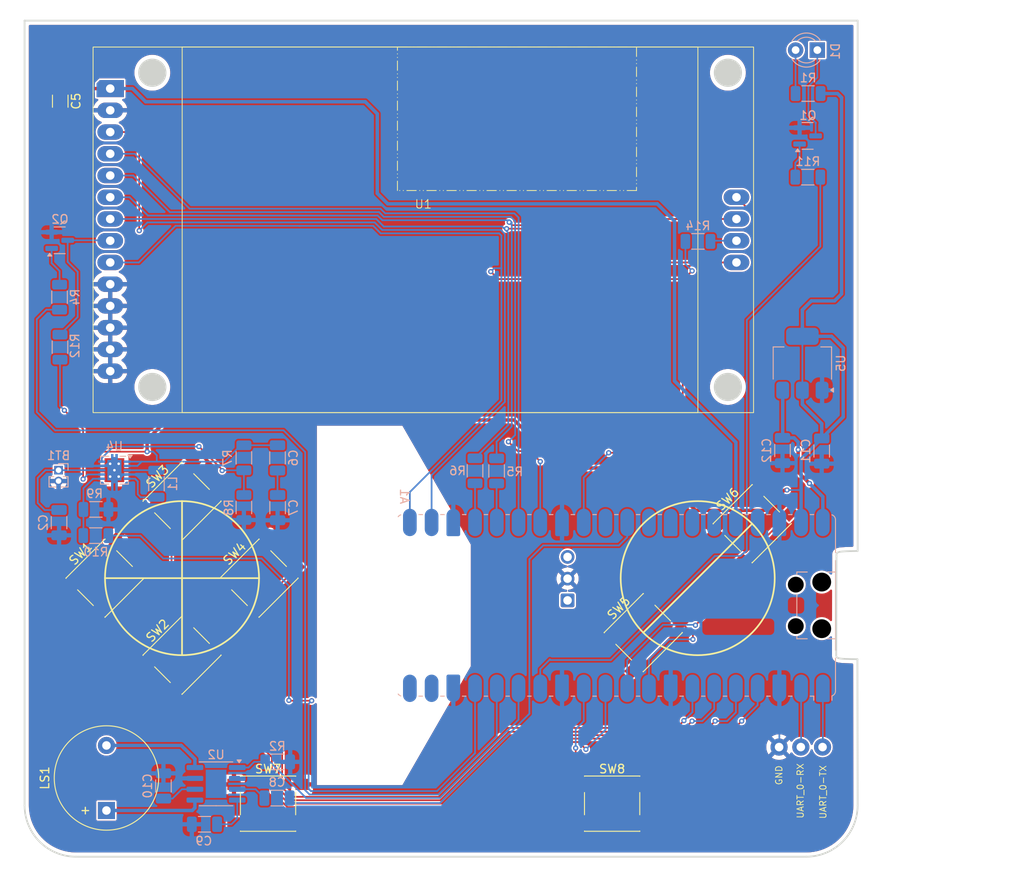
<source format=kicad_pcb>
(kicad_pcb (version 20241229) (generator "pcbnew") (generator_version "9.0")
  (layers (0 "F.Cu" signal) (2 "B.Cu" signal) (13 "F.Paste" user) (15 "B.Paste" user) (5 "F.SilkS" user "F.Silkscreen") (7 "B.SilkS" user "B.Silkscreen") (1 "F.Mask" user) (3 "B.Mask" user) (25 "Edge.Cuts" user))
  (net 0 "")
  (net 1 "Net-(A1-GPIO2)")
  (net 2 "Net-(A1-GPIO6)")
  (net 4 "GND")
  (net 5 "/RST_LCD")
  (net 6 "Net-(A1-GPIO19)")
  (net 9 "Net-(A1-GPIO3)")
  (net 10 "Net-(A1-GPIO18)")
  (net 11 "Net-(A1-GPIO9)")
  (net 12 "/LCD_LED_CTL")
  (net 13 "Net-(A1-GPIO0)")
  (net 14 "/AUDIO_EN")
  (net 16 "/PSU_EN")
  (net 17 "/CS_SDC")
  (net 18 "/CS_LCD")
  (net 19 "/SPI0_MISO")
  (net 21 "Net-(A1-GPIO8)")
  (net 23 "/AUDIO_CTL")
  (net 24 "Net-(A1-GPIO5)")
  (net 25 "Net-(A1-VBUS)")
  (net 26 "Net-(A1-GPIO4)")
  (net 27 "/DC_LCD")
  (net 28 "/IR_LED_CTL")
  (net 29 "Net-(A1-GPIO1)")
  (net 31 "Net-(A1-GPIO7)")
  (net 33 "/3v3_MCU")
  (net 36 "Net-(BT1-+)")
  (net 37 "/PSU_3v3")
  (net 38 "Net-(C6-Pad1)")
  (net 39 "Net-(U2-IN+)")
  (net 40 "Net-(U2-IN-)")
  (net 41 "Net-(D1-A)")
  (net 42 "Net-(D1-K)")
  (net 43 "Net-(U4-L)")
  (net 44 "Net-(U2-OUT-)")
  (net 45 "Net-(U2-OUT+)")
  (net 46 "Net-(Q1-B)")
  (net 47 "Net-(Q2-B)")
  (net 48 "Net-(Q2-C)")
  (net 49 "/SPI0_MOSI")
  (net 50 "/SPI0_SCLK")
  (net 51 "Net-(U4-FB)")
  (net 52 "Net-(U4-EN)")
  (net 53 "Net-(U1-SD_MISO)")
  (footprint "Display_Module:ILI9341_Module" (layer "F.Cu") (at 93.386 83.33)
    (property "Reference" "U1")
    (property "Value" "~")
    (fp_circle (center -31.656 -17.09) (end -30.056 -17.09) (stroke (width 0.1)) (fill yes) (layer "Edge.Cuts"))
    (fp_circle (center -31.656 19.63) (end -30.056 19.63) (stroke (width 0.1)) (fill yes) (layer "Edge.Cuts"))
    (fp_circle (center 35.604 -17.09) (end 37.204 -17.09) (stroke (width 0.1)) (fill yes) (layer "Edge.Cuts"))
    (fp_circle (center 35.604 19.63) (end 37.204 19.63) (stroke (width 0.1)) (fill yes) (layer "Edge.Cuts"))
  )
  (footprint "Button_Switch_SMD:SW_SPST_PTS645" (layer "F.Cu") (at 65.2 116.3 45)
    (property "Reference" "SW3")
    (property "Value" "SW_Push")
  )
  (footprint "Capacitor_SMD:C_1206_3216Metric" (layer "F.Cu") (at 50.97 69.565 -90)
    (property "Reference" "C5")
    (property "Value" "10μC")
  )
  (footprint "Button_Switch_SMD:SW_SPST_PTS645" (layer "F.Cu") (at 65.2 134.3 45)
    (property "Reference" "SW2")
    (property "Value" "SW_Push")
  )
  (footprint "Button_Switch_SMD:SW_SPST_PTS645" (layer "F.Cu") (at 115.46 151.65)
    (property "Reference" "SW8")
    (property "Value" "SW_Push")
  )
  (footprint "Button_Switch_SMD:SW_SPST_PTS645" (layer "F.Cu") (at 131.823961 118.936039 45)
    (property "Reference" "SW6")
    (property "Value" "SW_Push")
  )
  (footprint "Buzzer_Beeper:Buzzer_12x9.5RM7.6" (layer "F.Cu") (at 56.37 152.45 90)
    (property "Reference" "LS1")
    (property "Value" "Speaker")
  )
  (footprint "Button_Switch_SMD:SW_SPST_PTS645" (layer "F.Cu") (at 119.096039 131.663961 45)
    (property "Reference" "SW5")
    (property "Value" "SW_Push")
  )
  (footprint "Button_Switch_SMD:SW_SPST_PTS645" (layer "F.Cu") (at 56.2 125.3 45)
    (property "Reference" "SW1")
    (property "Value" "SW_Push")
  )
  (footprint "Button_Switch_SMD:SW_SPST_PTS645" (layer "F.Cu") (at 75.25 151.65)
    (property "Reference" "SW7")
    (property "Value" "SW_Push")
  )
  (footprint "Display_Module:3x1_PinHeader" (layer "F.Cu") (at 137.4846 145.04 -90)
    (property "Reference" "U3" (hide yes))
    (property "Value" "~" (hide yes))
  )
  (footprint "Button_Switch_SMD:SW_SPST_PTS645" (layer "F.Cu") (at 74.2 125.3 45)
    (property "Reference" "SW4")
    (property "Value" "SW_Push")
  )
  (footprint "Inductor_SMD:L_1206_3216Metric" (layer "B.Cu") (at 62.21 114.265 90)
    (property "Reference" "L1")
    (property "Value" "2.2μL")
  )
  (footprint "Package_TO_SOT_SMD:SOT-223-3_TabPin2" (layer "B.Cu") (at 137.6925 100.19 90)
    (property "Reference" "U5")
    (property "Value" "AMS1117-3.3")
  )
  (footprint "Resistor_SMD:R_1206_3216Metric" (layer "B.Cu") (at 76.378808 146.77)
    (property "Reference" "R2")
    (property "Value" "1kR")
  )
  (footprint "LED_THT:LED_D3.0mm_IRBlack" (layer "B.Cu") (at 139.44 63.59 180)
    (property "Reference" "D1")
    (property "Value" "IR204A")
  )
  (footprint "Resistor_SMD:R_1206_3216Metric" (layer "B.Cu") (at 138.3575 68.67 180)
    (property "Reference" "R1")
    (property "Value" "56R")
  )
  (footprint "Resistor_SMD:R_1206_3216Metric" (layer "B.Cu") (at 50.94 98.3075 90)
    (property "Reference" "R12")
    (property "Value" "R")
  )
  (footprint "Capacitor_SMD:C_1206_3216Metric" (layer "B.Cu") (at 63.03 149.58 -90)
    (property "Reference" "C10")
    (property "Value" ".1μC")
  )
  (footprint "Package_TO_SOT_SMD:SOT-23" (layer "B.Cu") (at 138.3025 73.62)
    (property "Reference" "Q1")
    (property "Value" "BC817")
  )
  (footprint "Connector_PinHeader_1.27mm:PinHeader_1x02_P1.27mm_Vertical" (layer "B.Cu") (at 50.77 112.68 180)
    (property "Reference" "BT1")
    (property "Value" "Battery")
  )
  (footprint "Resistor_SMD:R_1206_3216Metric" (layer "B.Cu") (at 101.96 112.7725 90)
    (property "Reference" "R5")
    (property "Value" "22R")
  )
  (footprint "Resistor_SMD:R_1206_3216Metric" (layer "B.Cu") (at 72.43 111.2375 -90)
    (property "Reference" "R7")
    (property "Value" "1MR")
  )
  (footprint "Capacitor_SMD:C_1206_3216Metric" (layer "B.Cu") (at 76.37 117.06 90)
    (property "Reference" "C7")
    (property "Value" "10μC")
  )
  (footprint "Capacitor_SMD:C_1206_3216Metric" (layer "B.Cu") (at 67.821308 154.06 180)
    (property "Reference" "C9")
    (property "Value" ".1μC")
  )
  (footprint "Resistor_SMD:R_1206_3216Metric" (layer "B.Cu") (at 55.14 117.27)
    (property "Reference" "R9")
    (property "Value" "100kR")
  )
  (footprint "Resistor_SMD:R_1206_3216Metric" (layer "B.Cu") (at 99.44 112.755 90)
    (property "Reference" "R6")
    (property "Value" "22R")
  )
  (footprint "Resistor_SMD:R_1206_3216Metric" (layer "B.Cu") (at 55.125 120.33 180)
    (property "Reference" "R10")
    (property "Value" "10kR")
  )
  (footprint "Capacitor_SMD:C_1206_3216Metric" (layer "B.Cu") (at 135.37 110.385 -90)
    (property "Reference" "C12")
    (property "Value" "10μC")
  )
  (footprint "Resistor_SMD:R_1206_3216Metric" (layer "B.Cu") (at 138.3275 78.44 180)
    (property "Reference" "R11")
    (property "Value" "1kR")
  )
  (footprint "Resistor_SMD:R_1206_3216Metric" (layer "B.Cu") (at 125.4875 85.95 180)
    (property "Reference" "R14")
    (property "Value" "22R")
  )
  (footprint "Capacitor_SMD:C_1206_3216Metric" (layer "B.Cu") (at 50.83 118.815 -90)
    (property "Reference" "C2")
    (property "Value" "10μC")
  )
  (footprint "Module:RaspberryPi_Pico_W_SMD_HandSolder" (layer "B.Cu") (at 115.95302 128.481981 90)
    (property "Reference" "A1")
    (property "Value" "RaspberryPi_Pico_W")
  )
  (footprint "Capacitor_SMD:C_1206_3216Metric" (layer "B.Cu") (at 76.36 111.245 90)
    (property "Reference" "C6")
    (property "Value" "10μC")
  )
  (footprint "Package_SON:Texas_S-PVSON-N10_ThermalVias" (layer "B.Cu") (at 57.3 112.685 180)
    (property "Reference" "U4")
    (property "Value" "TPS61201DRC")
  )
  (footprint "Package_SO:SOIC-8-1EP_3.9x4.9mm_P1.27mm_EP2.41x3.3mm" (layer "B.Cu") (at 69.18 149.335 180)
    (property "Reference" "U2")
    (property "Value" "PAM8302AAD")
  )
  (footprint "Capacitor_SMD:C_1206_3216Metric" (layer "B.Cu") (at 139.95 110.445 -90)
    (property "Reference" "C11")
    (property "Value" "22μC")
  )
  (footprint "Resistor_SMD:R_1206_3216Metric" (layer "B.Cu") (at 72.43 117.0425 -90)
    (property "Reference" "R8")
    (property "Value" "180kR")
  )
  (footprint "Capacitor_SMD:C_1206_3216Metric" (layer "B.Cu") (at 76.301308 151 180)
    (property "Reference" "C8")
    (property "Value" ".1μC")
  )
  (footprint "Resistor_SMD:R_1206_3216Metric" (layer "B.Cu") (at 50.89 92.4675 90)
    (property "Reference" "R4")
    (property "Value" "22R")
  )
  (footprint "Package_TO_SOT_SMD:SOT-23" (layer "B.Cu") (at 50.9025 85.82)
    (property "Reference" "Q2")
    (property "Value" "BC817")
  )
  (gr_line (start 117.68198 128.318019) (end 117.68198 128.468019) (stroke (width 0.2)) (layer "F.Cu") (net 2))
  (gr_line (start 65.2 116.3) (end 65.2 134.3) (stroke (width 0.2)) (layer "F.SilkS"))
  (gr_line (start 125.46 125.3) (end 131.823961 118.936039) (stroke (width 0.2)) (layer "F.SilkS"))
  (gr_line (start 65.2 125.3) (end 74.2 125.3) (stroke (width 0.2)) (layer "F.SilkS"))
  (gr_line (start 125.46 125.3) (end 119.096039 131.663961) (stroke (width 0.2)) (layer "F.SilkS"))
  (gr_line (start 65.2 125.3) (end 56.2 125.3) (stroke (width 0.2)) (layer "F.SilkS"))
  (gr_circle (center 125.46 125.3) (end 134.46 125.3) (stroke (width 0.2)) (fill no) (layer "F.SilkS"))
  (gr_circle (center 65.2 125.3) (end 74.2 125.3) (stroke (width 0.2)) (fill no) (layer "F.SilkS"))
  (gr_curve (pts (xy 144.15 122.125) (xy 141.7 122.175) (xy 141.65 122.175) (xy 141.675 122.75)) (stroke (width 0.2)) (layer "Edge.Cuts"))
  (gr_line (start 52.8 157.85) (end 138.15 157.85) (stroke (width 0.2)) (layer "Edge.Cuts"))
  (gr_arc (start 52.8 157.85) (mid 48.557359 156.092641) (end 46.8 151.85) (stroke (width 0.2)) (layer "Edge.Cuts"))
  (gr_line (start 144.125 134.775) (end 144.15 151.85) (stroke (width 0.2)) (layer "Edge.Cuts"))
  (gr_line (start 141.675 122.75) (end 141.65 134.15) (stroke (width 0.2)) (layer "Edge.Cuts"))
  (gr_curve (pts (xy 144.125 134.775) (xy 141.675 134.725) (xy 141.625 134.725) (xy 141.65 134.15)) (stroke (width 0.2)) (layer "Edge.Cuts"))
  (gr_line (start 144.15 60.15) (end 144.15 122.125) (stroke (width 0.2)) (layer "Edge.Cuts"))
  (gr_line (start 46.8 151.85) (end 46.8 60.15) (stroke (width 0.2)) (layer "Edge.Cuts"))
  (gr_line (start 144.15 60.15) (end 46.8 60.15) (stroke (width 0.2)) (layer "Edge.Cuts"))
  (gr_arc (start 144.15 151.85) (mid 142.392641 156.092641) (end 138.15 157.85) (stroke (width 0.2)) (layer "Edge.Cuts"))
  (segment (start 77.09935 151.65065) (end 77.5017 152.053) (width 0.2) (layer "F.Cu") (net 1))
  (segment (start 58.88 136.94) (end 64.29855 142.35855) (width 0.2) (layer "F.Cu") (net 1))
  (segment (start 58.88 134.4) (end 58.88 136.94) (width 0.2) (layer "F.Cu") (net 1))
  (segment (start 128.548 144.052) (end 130.6 142) (width 0.2) (layer "F.Cu") (net 1))
  (segment (start 77.5017 152.053) (end 81.25 152.053) (width 0.2) (layer "F.Cu") (net 1))
  (segment (start 71.773705 142.290805) (end 71.84145 142.35855) (width 0.2) (layer "F.Cu") (net 1))
  (segment (start 60.605275 132.674725) (end 58.88 134.4) (width 0.2) (layer "F.Cu") (net 1))
  (segment (start 81.25 152.053) (end 95.7312 152.053) (width 0.2) (layer "F.Cu") (net 1))
  (segment (start 75.698 149.4) (end 75.698 150.2493) (width 0.2) (layer "F.Cu") (net 1))
  (segment (start 75.698 150.2493) (end 77.09935 151.65065) (width 0.2) (layer "F.Cu") (net 1))
  (segment (start 103.4171 144.3671) (end 103.7322 144.052) (width 0.2) (layer "F.Cu") (net 1))
  (segment (start 75.698 146.2151) (end 75.698 149.4) (width 0.2) (layer "F.Cu") (net 1))
  (segment (start 60.605275 124.076705) (end 54.976705 129.705275) (width 0.2) (layer "F.Cu") (net 1))
  (segment (start 95.7312 152.053) (end 103.4171 144.3671) (width 0.2) (layer "F.Cu") (net 1))
  (segment (start 64.29855 142.35855) (end 71.84145 142.35855) (width 0.2) (layer "F.Cu") (net 1))
  (segment (start 60.605275 124.076705) (end 60.605275 132.674725) (width 0.2) (layer "F.Cu") (net 1))
  (segment (start 71.84145 142.35855) (end 75.56645 146.08355) (width 0.2) (layer "F.Cu") (net 1))
  (segment (start 107.45 144.052) (end 128.548 144.052) (width 0.2) (layer "F.Cu") (net 1))
  (segment (start 75.56645 146.08355) (end 75.698 146.2151) (width 0.2) (layer "F.Cu") (net 1))
  (segment (start 103.7322 144.052) (end 107.45 144.052) (width 0.2) (layer "F.Cu") (net 1))
  (via (at 130.6 142) (size 0.6) (drill 0.3) (layers "F.Cu" "B.Cu") (net 1))
  (segment (start 132.46302 140.13698) (end 132.46302 138.171981) (width 0.2) (layer "B.Cu") (net 1))
  (segment (start 130.6 142) (end 132.46302 140.13698) (width 0.2) (layer "B.Cu") (net 1))
  (segment (start 123.501314 130.440666) (end 124.9 131.839352) (width 0.2) (layer "F.Cu") (net 2))
  (segment (start 124.9 131.839352) (end 124.9 132.45) (width 0.2) (layer "F.Cu") (net 2))
  (segment (start 123.501314 130.440666) (end 117.872744 136.069236) (width 0.2) (layer "F.Cu") (net 2))
  (via (at 124.9 132.45) (size 0.6) (drill 0.3) (layers "F.Cu" "B.Cu") (net 2))
  (segment (start 122.1 132.45) (end 119.76302 134.78698) (width 0.2) (layer "B.Cu") (net 2))
  (segment (start 119.76302 134.78698) (end 119.76302 138.171981) (width 0.2) (layer "B.Cu") (net 2))
  (segment (start 124.9 132.45) (end 122.1 132.45) (width 0.2) (layer "B.Cu") (net 2))
  (segment (start 135.00302 138.171981) (end 135.00302 145.00698) (width 0.2) (layer "B.Cu") (net 4))
  (segment (start 64.335 148.105) (end 64.93 148.7) (width 0.2) (layer "B.Cu") (net 4))
  (segment (start 135.00302 145.00698) (end 134.97 145.04) (width 0.2) (layer "B.Cu") (net 4))
  (segment (start 64.93 148.7) (end 66.705 148.7) (width 0.2) (layer "B.Cu") (net 4))
  (segment (start 63.03 148.105) (end 64.335 148.105) (width 0.2) (layer "B.Cu") (net 4))
  (segment (start 104.528019 118.791981) (end 104.59 118.73) (width 0.2) (layer "B.Cu") (net 5))
  (segment (start 59.67 75.71) (end 66.087 82.127) (width 0.2) (layer "B.Cu") (net 5))
  (segment (start 104.03 82.67) (end 104.53 83.17) (width 0.2) (layer "B.Cu") (net 5))
  (segment (start 88.94 82.67) (end 104.03 82.67) (width 0.2) (layer "B.Cu") (net 5))
  (segment (start 104.52302 110.02698) (end 104.52302 118.791981) (width 0.2) (layer "B.Cu") (net 5))
  (segment (start 104.53 83.17) (end 104.53 110.02) (width 0.2) (layer "B.Cu") (net 5))
  (segment (start 66.087 82.127) (end 88.397 82.127) (width 0.2) (layer "B.Cu") (net 5))
  (segment (start 88.397 82.127) (end 88.94 82.67) (width 0.2) (layer "B.Cu") (net 5))
  (segment (start 56.81 75.71) (end 59.67 75.71) (width 0.2) (layer "B.Cu") (net 5))
  (segment (start 104.53 110.02) (end 104.52302 110.02698) (width 0.2) (layer "B.Cu") (net 5))
  (segment (start 104.52302 118.791981) (end 104.528019 118.791981) (width 0.2) (layer "B.Cu") (net 5))
  (segment (start 101.96 118.768961) (end 101.98302 118.791981) (width 0.2) (layer "B.Cu") (net 6))
  (segment (start 101.96 114.235) (end 101.96 118.768961) (width 0.2) (layer "B.Cu") (net 6))
  (segment (start 114.1 143.651) (end 125.849 143.651) (width 0.2) (layer "F.Cu") (net 9))
  (segment (start 76.099 150.0832) (end 77.6678 151.652) (width 0.2) (layer "F.Cu") (net 9))
  (segment (start 77.6678 151.652) (end 78.1 151.652) (width 0.2) (layer "F.Cu") (net 9))
  (segment (start 125.849 143.651) (end 127.5 142) (width 0.2) (layer "F.Cu") (net 9))
  (segment (start 72.174705 135.646135) (end 72.174705 142.124705) (width 0.2) (layer "F.Cu") (net 9))
  (segment (start 76.099 146.049) (end 76.099 150.0832) (width 0.2) (layer "F.Cu") (net 9))
  (segment (start 72.174705 142.124705) (end 76.099 146.049) (width 0.2) (layer "F.Cu") (net 9))
  (segment (start 95.5651 151.652) (end 103.08355 144.13355) (width 0.2) (layer "F.Cu") (net 9))
  (segment (start 69.605275 133.076705) (end 72.174705 135.646135) (width 0.2) (layer "F.Cu") (net 9))
  (segment (start 103.5661 143.651) (end 114.1 143.651) (width 0.2) (layer "F.Cu") (net 9))
  (segment (start 69.605275 133.076705) (end 63.976705 138.705275) (width 0.2) (layer "F.Cu") (net 9))
  (segment (start 78.1 151.652) (end 95.5651 151.652) (width 0.2) (layer "F.Cu") (net 9))
  (segment (start 103.08355 144.13355) (end 103.5661 143.651) (width 0.2) (layer "F.Cu") (net 9))
  (via (at 127.5 142) (size 0.6) (drill 0.3) (layers "F.Cu" "B.Cu") (net 9))
  (segment (start 129.92302 140.97698) (end 129.92302 138.171981) (width 0.2) (layer "B.Cu") (net 9))
  (segment (start 127.5 142) (end 128.9 142) (width 0.2) (layer "B.Cu") (net 9))
  (segment (start 128.9 142) (end 129.92302 140.97698) (width 0.2) (layer "B.Cu") (net 9))
  (segment (start 99.44 114.2175) (end 99.44 118.788961) (width 0.2) (layer "B.Cu") (net 10))
  (segment (start 99.44 118.788961) (end 99.44302 118.791981) (width 0.2) (layer "B.Cu") (net 10))
  (segment (start 111.48 153.9) (end 119.44 153.9) (width 0.2) (layer "F.Cu") (net 11))
  (segment (start 111.48 153.9) (end 109.4 153.9) (width 0.2) (layer "F.Cu") (net 11))
  (segment (start 108.75 149.109768) (end 108.774976 149.084792) (width 0.2) (layer "F.Cu") (net 11))
  (segment (start 111.2 146.659768) (end 111.2 145.15) (width 0.2) (layer "F.Cu") (net 11))
  (segment (start 108.774976 149.084792) (end 111.2 146.659768) (width 0.2) (layer "F.Cu") (net 11))
  (segment (start 108.75 153.25) (end 108.75 149.109768) (width 0.2) (layer "F.Cu") (net 11))
  (segment (start 109.4 153.9) (end 108.75 153.25) (width 0.2) (layer "F.Cu") (net 11))
  (via (at 111.2 145.15) (size 0.6) (drill 0.3) (layers "F.Cu" "B.Cu") (net 11))
  (segment (start 111.2 142.95) (end 112.15 142) (width 0.2) (layer "B.Cu") (net 11))
  (segment (start 112.15 142) (end 112.14302 141.99302) (width 0.2) (layer "B.Cu") (net 11))
  (segment (start 112.14302 141.99302) (end 112.14302 138.171981) (width 0.2) (layer "B.Cu") (net 11))
  (segment (start 111.2 145.15) (end 111.2 142.95) (width 0.2) (layer "B.Cu") (net 11))
  (segment (start 49.34 93.93) (end 48.23 95.04) (width 0.2) (layer "B.Cu") (net 12))
  (segment (start 77.06 108.03) (end 79.59 110.56) (width 0.2) (layer "B.Cu") (net 12))
  (segment (start 50.89 93.93) (end 49.34 93.93) (width 0.2) (layer "B.Cu") (net 12))
  (segment (start 101.98302 143.76988) (end 101.98302 138.171981) (width 0.2) (layer "B.Cu") (net 12))
  (segment (start 48.23 95.04) (end 48.23 105.89) (width 0.2) (layer "B.Cu") (net 12))
  (segment (start 79.59 110.56) (end 79.59 150.074092) (width 0.2) (layer "B.Cu") (net 12))
  (segment (start 80.094908 150.579) (end 95.1739 150.579) (width 0.2) (layer "B.Cu") (net 12))
  (segment (start 79.59 150.074092) (end 80.094908 150.579) (width 0.2) (layer "B.Cu") (net 12))
  (segment (start 95.1739 150.579) (end 101.98302 143.76988) (width 0.2) (layer "B.Cu") (net 12))
  (segment (start 48.23 105.89) (end 50.37 108.03) (width 0.2) (layer "B.Cu") (net 12))
  (segment (start 50.37 108.03) (end 77.06 108.03) (width 0.2) (layer "B.Cu") (net 12))
  (segment (start 140.08302 145.00698) (end 140.05 145.04) (width 0.2) (layer "B.Cu") (net 13))
  (segment (start 140.08302 138.171981) (end 140.08302 145.00698) (width 0.2) (layer "B.Cu") (net 13))
  (segment (start 79.688808 150.98) (end 95.34 150.98) (width 0.2) (layer "B.Cu") (net 14))
  (segment (start 74.916308 146.77) (end 75.478808 146.77) (width 0.2) (layer "B.Cu") (net 14))
  (segment (start 95.34 150.98) (end 103.14 143.18) (width 0.2) (layer "B.Cu") (net 14))
  (segment (start 74.916308 146.77) (end 73.626308 146.77) (width 0.2) (layer "B.Cu") (net 14))
  (segment (start 103.14 143.18) (end 103.18 143.18) (width 0.2) (layer "B.Cu") (net 14))
  (segment (start 72.966308 147.43) (end 71.655 147.43) (width 0.2) (layer "B.Cu") (net 14))
  (segment (start 75.478808 146.77) (end 79.688808 150.98) (width 0.2) (layer "B.Cu") (net 14))
  (segment (start 104.52302 141.83698) (end 104.52302 138.171981) (width 0.2) (layer "B.Cu") (net 14))
  (segment (start 73.626308 146.77) (end 72.966308 147.43) (width 0.2) (layer "B.Cu") (net 14))
  (segment (start 103.18 143.18) (end 104.52302 141.83698) (width 0.2) (layer "B.Cu") (net 14))
  (segment (start 77.73 139.62) (end 77.69 139.58) (width 0.2) (layer "F.Cu") (net 16))
  (segment (start 80.35 139.62) (end 77.73 139.62) (width 0.2) (layer "F.Cu") (net 16))
  (via (at 80.35 139.62) (size 0.6) (drill 0.3) (layers "F.Cu" "B.Cu") (net 16))
  (via (at 77.69 139.58) (size 0.6) (drill 0.3) (layers "F.Cu" "B.Cu") (net 16))
  (segment (start 80.261008 150.178) (end 79.991 149.907992) (width 0.2) (layer "B.Cu") (net 16))
  (segment (start 95.0078 150.178) (end 80.261008 150.178) (width 0.2) (layer "B.Cu") (net 16))
  (segment (start 74.5 123) (end 77.69 126.19) (width 0.2) (layer "B.Cu") (net 16))
  (segment (start 79.991 149.907992) (end 79.991 140.27) (width 0.2) (layer "B.Cu") (net 16))
  (segment (start 63 123) (end 74.5 123) (width 0.2) (layer "B.Cu") (net 16))
  (segment (start 58.2 120.34) (end 60.34 120.34) (width 0.2) (layer "B.Cu") (net 16))
  (segment (start 77.69 126.19) (end 77.69 139.58) (width 0.2) (layer "B.Cu") (net 16))
  (segment (start 99.44302 138.171981) (end 99.44302 145.74278) (width 0.2) (layer "B.Cu") (net 16))
  (segment (start 60.34 120.34) (end 63 123) (width 0.2) (layer "B.Cu") (net 16))
  (segment (start 56.5875 120.33) (end 58.19 120.33) (width 0.2) (layer "B.Cu") (net 16))
  (segment (start 99.44302 145.74278) (end 95.0078 150.178) (width 0.2) (layer "B.Cu") (net 16))
  (segment (start 58.19 120.33) (end 58.2 120.34) (width 0.2) (layer "B.Cu") (net 16))
  (segment (start 79.991 139.979) (end 80.35 139.62) (width 0.2) (layer "B.Cu") (net 16))
  (segment (start 79.991 140.27) (end 79.991 139.979) (width 0.2) (layer "B.Cu") (net 16))
  (segment (start 123.71 106.5) (end 119.56 110.65) (width 0.2) (layer "F.Cu") (net 17))
  (segment (start 127.4 93.96) (end 124.05 97.31) (width 0.2) (layer "F.Cu") (net 17))
  (segment (start 124.05 97.31) (end 123.71 97.65) (width 0.2) (layer "F.Cu") (net 17))
  (segment (start 133.16 90.48) (end 133.16 90.99) (width 0.2) (layer "F.Cu") (net 17))
  (segment (start 119.56 110.65) (end 115.06 110.65) (width 0.2) (layer "F.Cu") (net 17))
  (segment (start 133.16 83.96) (end 133.16 90.48) (width 0.2) (layer "F.Cu") (net 17))
  (segment (start 123.71 97.65) (end 123.71 106.5) (width 0.2) (layer "F.Cu") (net 17))
  (segment (start 130.33 93.82) (end 130.22 93.93) (width 0.2) (layer "F.Cu") (net 17))
  (segment (start 129.99 80.79) (end 133.16 83.96) (width 0.2) (layer "F.Cu") (net 17))
  (segment (start 133.16 90.99) (end 130.33 93.82) (width 0.2) (layer "F.Cu") (net 17))
  (segment (start 127.4 93.93) (end 127.4 93.96) (width 0.2) (layer "F.Cu") (net 17))
  (segment (start 130.22 93.93) (end 127.4 93.93) (width 0.2) (layer "F.Cu") (net 17))
  (via (at 115.06 110.65) (size 0.6) (drill 0.3) (layers "F.Cu" "B.Cu") (net 17))
  (segment (start 112.14302 113.56698) (end 112.14302 118.791981) (width 0.2) (layer "B.Cu") (net 17))
  (segment (start 115.06 110.65) (end 112.14302 113.56698) (width 0.2) (layer "B.Cu") (net 17))
  (segment (start 59.5 73.17) (end 56.81 73.17) (width 0.2) (layer "F.Cu") (net 18))
  (segment (start 60.2 84.69) (end 60.2 73.87) (width 0.2) (layer "F.Cu") (net 18))
  (segment (start 60.2 73.87) (end 59.5 73.17) (width 0.2) (layer "F.Cu") (net 18))
  (via (at 60.2 84.69) (size 0.6) (drill 0.3) (layers "F.Cu" "B.Cu") (net 18))
  (segment (start 87.711 83.731) (end 61.159 83.731) (width 0.2) (layer "B.Cu") (net 18))
  (segment (start 61.159 83.731) (end 60.2 84.69) (width 0.2) (layer "B.Cu") (net 18))
  (segment (start 94.36302 118.791981) (end 94.36302 113.26598) (width 0.2) (layer "B.Cu") (net 18))
  (segment (start 94.36302 113.26598) (end 102.926 104.703) (width 0.2) (layer "B.Cu") (net 18))
  (segment (start 88.591 84.611) (end 87.711 83.731) (width 0.2) (layer "B.Cu") (net 18))
  (segment (start 102.926 104.703) (end 102.926 85.106) (width 0.2) (layer "B.Cu") (net 18))
  (segment (start 102.431 84.611) (end 88.591 84.611) (width 0.2) (layer "B.Cu") (net 18))
  (segment (start 102.926 85.106) (end 102.431 84.611) (width 0.2) (layer "B.Cu") (net 18))
  (segment (start 102.15 90.35) (end 101.28 89.48) (width 0.2) (layer "F.Cu") (net 19))
  (segment (start 123.85 90.35) (end 103.17 90.35) (width 0.2) (layer "F.Cu") (net 19))
  (segment (start 103.17 90.35) (end 102.15 90.35) (width 0.2) (layer "F.Cu") (net 19))
  (segment (start 124.81 89.39) (end 123.85 90.35) (width 0.2) (layer "F.Cu") (net 19))
  (via (at 124.81 89.39) (size 0.6) (drill 0.3) (layers "F.Cu" "B.Cu") (net 19))
  (via (at 101.28 89.48) (size 0.6) (drill 0.3) (layers "F.Cu" "B.Cu") (net 19))
  (segment (start 124.025 88.605) (end 124.81 89.39) (width 0.2) (layer "B.Cu") (net 19))
  (segment (start 64.438 84.132) (end 78.89 84.132) (width 0.2) (layer "B.Cu") (net 19))
  (segment (start 102.525 85.2721) (end 102.525 89.08) (width 0.2) (layer "B.Cu") (net 19))
  (segment (start 102.525 100.34) (end 102.525 104.5369) (width 0.2) (layer "B.Cu") (net 19))
  (segment (start 56.81 88.41) (end 60.16 88.41) (width 0.2) (layer "B.Cu") (net 19))
  (segment (start 78.89 84.132) (end 87.5449 84.132) (width 0.2) (layer "B.Cu") (net 19))
  (segment (start 91.82302 115.23888) (end 91.82302 118.791981) (width 0.2) (layer "B.Cu") (net 19))
  (segment (start 102.2649 85.012) (end 102.525 85.2721) (width 0.2) (layer "B.Cu") (net 19))
  (segment (start 101.68 89.08) (end 102.525 89.08) (width 0.2) (layer "B.Cu") (net 19))
  (segment (start 88.11645 84.70355) (end 88.4249 85.012) (width 0.2) (layer "B.Cu") (net 19))
  (segment (start 87.5449 84.132) (end 88.11645 84.70355) (width 0.2) (layer "B.Cu") (net 19))
  (segment (start 78.89 84.132) (end 78.9878 84.132) (width 0.2) (layer "B.Cu") (net 19))
  (segment (start 124.025 85.95) (end 124.025 88.605) (width 0.2) (layer "B.Cu") (net 19))
  (segment (start 98.638 108.4239) (end 91.82302 115.23888) (width 0.2) (layer "B.Cu") (net 19))
  (segment (start 101.28 89.48) (end 101.68 89.08) (width 0.2) (layer "B.Cu") (net 19))
  (segment (start 102.09 85.012) (end 102.2649 85.012) (width 0.2) (layer "B.Cu") (net 19))
  (segment (start 102.525 104.5369) (end 98.44095 108.62095) (width 0.2) (layer "B.Cu") (net 19))
  (segment (start 88.4249 85.012) (end 102.09 85.012) (width 0.2) (layer "B.Cu") (net 19))
  (segment (start 60.16 88.41) (end 64.438 84.132) (width 0.2) (layer "B.Cu") (net 19))
  (segment (start 102.525 89.08) (end 102.525 100.34) (width 0.2) (layer "B.Cu") (net 19))
  (segment (start 103.8983 144.453) (end 111.55 144.453) (width 0.2) (layer "F.Cu") (net 21))
  (segment (start 79.23 153.9) (end 71.27 153.9) (width 0.2) (layer "F.Cu") (net 21))
  (segment (start 103.67565 144.67565) (end 103.8983 144.453) (width 0.2) (layer "F.Cu") (net 21))
  (segment (start 79.23 153.9) (end 81.704 153.9) (width 0.2) (layer "F.Cu") (net 21))
  (segment (start 83.15 152.454) (end 95.8973 152.454) (width 0.2) (layer "F.Cu") (net 21))
  (segment (start 112.397 145.3) (end 112.4 145.3) (width 0.2) (layer "F.Cu") (net 21))
  (segment (start 95.8973 152.454) (end 103.67565 144.67565) (width 0.2) (layer "F.Cu") (net 21))
  (segment (start 81.704 153.9) (end 83.15 152.454) (width 0.2) (layer "F.Cu") (net 21))
  (segment (start 111.55 144.453) (end 112.397 145.3) (width 0.2) (layer "F.Cu") (net 21))
  (via (at 112.4 145.3) (size 0.6) (drill 0.3) (layers "F.Cu" "B.Cu") (net 21))
  (segment (start 114.68302 143.01698) (end 114.68302 138.171981) (width 0.2) (layer "B.Cu") (net 21))
  (segment (start 112.4 145.3) (end 114.68302 143.01698) (width 0.2) (layer "B.Cu") (net 21))
  (segment (start 105.79 141.1371) (end 105.79 123.09) (width 0.2) (layer "B.Cu") (net 23))
  (segment (start 105.79 123.09) (end 107.4 121.48) (width 0.2) (layer "B.Cu") (net 23))
  (segment (start 95.3521 151.575) (end 105.79 141.1371) (width 0.2) (layer "B.Cu") (net 23))
  (segment (start 117.22302 120.50698) (end 117.22302 118.791981) (width 0.2) (layer "B.Cu") (net 23))
  (segment (start 78.351308 151.575) (end 95.3521 151.575) (width 0.2) (layer "B.Cu") (net 23))
  (segment (start 107.4 121.48) (end 116.25 121.48) (width 0.2) (layer "B.Cu") (net 23))
  (segment (start 116.25 121.48) (end 117.22302 120.50698) (width 0.2) (layer "B.Cu") (net 23))
  (segment (start 77.776308 151) (end 78.351308 151.575) (width 0.2) (layer "B.Cu") (net 23))
  (segment (start 78 150.85) (end 95.2 150.85) (width 0.2) (layer "F.Cu") (net 24))
  (segment (start 123 142.8) (end 123.85 141.95) (width 0.2) (layer "F.Cu") (net 24))
  (segment (start 76.901 145.651) (end 76.901 149.751) (width 0.2) (layer "F.Cu") (net 24))
  (segment (start 76.901 149.751) (end 78 150.85) (width 0.2) (layer "F.Cu") (net 24))
  (segment (start 95.2 150.85) (end 103.25 142.8) (width 0.2) (layer "F.Cu") (net 24))
  (segment (start 78.605275 124.076705) (end 72.976705 129.705275) (width 0.2) (layer "F.Cu") (net 24))
  (segment (start 72.976705 141.726705) (end 76.901 145.651) (width 0.2) (layer "F.Cu") (net 24))
  (segment (start 103.25 142.8) (end 123 142.8) (width 0.2) (layer "F.Cu") (net 24))
  (segment (start 72.976705 129.705275) (end 72.976705 141.726705) (width 0.2) (layer "F.Cu") (net 24))
  (via (at 123.85 141.95) (size 0.6) (drill 0.3) (layers "F.Cu" "B.Cu") (net 24))
  (segment (start 123.85 141.95) (end 124.84302 140.95698) (width 0.2) (layer "B.Cu") (net 24))
  (segment (start 124.84302 140.95698) (end 124.84302 138.171981) (width 0.2) (layer "B.Cu") (net 24))
  (segment (start 138.52 114.23) (end 137.2 112.91) (width 0.4) (layer "F.Cu") (net 25))
  (segment (start 137.2 112.91) (end 137.2 110.28) (width 0.4) (layer "F.Cu") (net 25))
  (via (at 137.2 110.28) (size 0.6) (drill 0.3) (layers "F.Cu" "B.Cu") (net 25))
  (via (at 138.52 114.23) (size 0.6) (drill 0.3) (layers "F.Cu" "B.Cu") (net 25))
  (segment (start 136.71 108.91) (end 135.37 108.91) (width 0.4) (layer "B.Cu") (net 25))
  (segment (start 140.08302 118.791981) (end 140.08302 115.79302) (width 0.4) (layer "B.Cu") (net 25))
  (segment (start 135.3925 108.8875) (end 135.37 108.91) (width 0.2) (layer "B.Cu") (net 25))
  (segment (start 137.2 110.28) (end 137.2 109.4) (width 0.4) (layer "B.Cu") (net 25))
  (segment (start 140.08302 115.79302) (end 138.52 114.23) (width 0.4) (layer "B.Cu") (net 25))
  (segment (start 135.3925 103.34) (end 135.3925 108.8875) (width 0.4) (layer "B.Cu") (net 25))
  (segment (start 137.2 109.4) (end 136.71 108.91) (width 0.4) (layer "B.Cu") (net 25))
  (segment (start 103.4 143.25) (end 123.55 143.25) (width 0.2) (layer "F.Cu") (net 26))
  (segment (start 69.605275 115.076705) (end 63.976705 120.705275) (width 0.2) (layer "F.Cu") (net 26))
  (segment (start 76.5 145.85) (end 76.5 149.9171) (width 0.2) (layer "F.Cu") (net 26))
  (segment (start 77.8339 151.251) (end 95.399 151.251) (width 0.2) (layer "F.Cu") (net 26))
  (segment (start 95.399 151.251) (end 103.4 143.25) (width 0.2) (layer "F.Cu") (net 26))
  (segment (start 123.55 143.25) (end 124.8 142) (width 0.2) (layer "F.Cu") (net 26))
  (segment (start 72.575705 132.45) (end 72.575705 141.925705) (width 0.2) (layer "F.Cu") (net 26))
  (segment (start 63.976705 123.851) (end 72.575705 132.45) (width 0.2) (layer "F.Cu") (net 26))
  (segment (start 72.575705 141.925705) (end 76.5 145.85) (width 0.2) (layer "F.Cu") (net 26))
  (segment (start 76.5 149.9171) (end 77.8339 151.251) (width 0.2) (layer "F.Cu") (net 26))
  (segment (start 63.976705 120.705275) (end 63.976705 123.851) (width 0.2) (layer "F.Cu") (net 26))
  (via (at 124.8 142) (size 0.6) (drill 0.3) (layers "F.Cu" "B.Cu") (net 26))
  (segment (start 124.8 142) (end 126 142) (width 0.2) (layer "B.Cu") (net 26))
  (segment (start 126 142) (end 127.38302 140.61698) (width 0.2) (layer "B.Cu") (net 26))
  (segment (start 127.38302 140.61698) (end 127.38302 138.171981) (width 0.2) (layer "B.Cu") (net 26))
  (segment (start 103.34 109.36) (end 104.43 110.45) (width 0.2) (layer "F.Cu") (net 27))
  (segment (start 105.84302 110.45) (end 107.06302 111.67) (width 0.2) (layer "F.Cu") (net 27))
  (segment (start 104.43 110.45) (end 105.84302 110.45) (width 0.2) (layer "F.Cu") (net 27))
  (via (at 103.34 109.36) (size 0.6) (drill 0.3) (layers "F.Cu" "B.Cu") (net 27))
  (via (at 107.06302 111.67) (size 0.6) (drill 0.3) (layers "F.Cu" "B.Cu") (net 27))
  (segment (start 63.778 82.528) (end 79.668 82.528) (width 0.2) (layer "B.Cu") (net 27))
  (segment (start 88.2309 82.528) (end 88.49145 82.78855) (width 0.2) (layer "B.Cu") (net 27))
  (segment (start 107.06302 111.67) (end 107.06302 118.791981) (width 0.2) (layer "B.Cu") (net 27))
  (segment (start 103.641 83.071) (end 104.129 83.559) (width 0.2) (layer "B.Cu") (net 27))
  (segment (start 88.49145 82.78855) (end 88.7739 83.071) (width 0.2) (layer "B.Cu") (net 27))
  (segment (start 56.81 78.25) (end 59.5 78.25) (width 0.2) (layer "B.Cu") (net 27))
  (segment (start 103.63 83.071) (end 103.641 83.071) (width 0.2) (layer "B.Cu") (net 27))
  (segment (start 88.7739 83.071) (end 103.63 83.071) (width 0.2) (layer "B.Cu") (net 27))
  (segment (start 104.129 108.571) (end 103.34 109.36) (width 0.2) (layer "B.Cu") (net 27))
  (segment (start 59.5 78.25) (end 63.778 82.528) (width 0.2) (layer "B.Cu") (net 27))
  (segment (start 104.129 84.7) (end 104.129 108.571) (width 0.2) (layer "B.Cu") (net 27))
  (segment (start 79.668 82.528) (end 88.2309 82.528) (width 0.2) (layer "B.Cu") (net 27))
  (segment (start 104.129 83.559) (end 104.129 84.7) (width 0.2) (layer "B.Cu") (net 27))
  (segment (start 130.89 122.31) (end 130.95 122.31) (width 0.2) (layer "B.Cu") (net 28))
  (segment (start 115.31 134.87) (end 127.47 122.71) (width 0.2) (layer "B.Cu") (net 28))
  (segment (start 139.79 86.54) (end 139.79 78.44) (width 0.2) (layer "B.Cu") (net 28))
  (segment (start 131.2 95.13) (end 139.79 86.54) (width 0.2) (layer "B.Cu") (net 28))
  (segment (start 130.49 122.71) (end 130.89 122.31) (width 0.2) (layer "B.Cu") (net 28))
  (segment (start 130.95 122.31) (end 131.2 122.06) (width 0.2) (layer "B.Cu") (net 28))
  (segment (start 108.19 134.8) (end 108.26 134.87) (width 0.2) (layer "B.Cu") (net 28))
  (segment (start 107.06302 138.171981) (end 107.06302 135.92698) (width 0.2) (layer "B.Cu") (net 28))
  (segment (start 127.47 122.71) (end 130.49 122.71) (width 0.2) (layer "B.Cu") (net 28))
  (segment (start 107.06302 135.92698) (end 108.19 134.8) (width 0.2) (layer "B.Cu") (net 28))
  (segment (start 108.26 134.87) (end 115.31 134.87) (width 0.2) (layer "B.Cu") (net 28))
  (segment (start 131.2 122.06) (end 131.2 95.13) (width 0.2) (layer "B.Cu") (net 28))
  (segment (start 137.54302 145.00698) (end 137.51 145.04) (width 0.2) (layer "B.Cu") (net 29))
  (segment (start 137.54302 138.171981) (end 137.54302 145.00698) (width 0.2) (layer "B.Cu") (net 29))
  (segment (start 125.2 130.8) (end 127.7 128.3) (width 0.2) (layer "F.Cu") (net 31))
  (segment (start 127.7 128.3) (end 127.7 126.24198) (width 0.2) (layer "F.Cu") (net 31))
  (segment (start 136.229236 117.712744) (end 130.600666 123.341314) (width 0.2) (layer "F.Cu") (net 31))
  (segment (start 127.7 126.24198) (end 130.600666 123.341314) (width 0.2) (layer "F.Cu") (net 31))
  (via (at 125.2 130.8) (size 0.6) (drill 0.3) (layers "F.Cu" "B.Cu") (net 31))
  (segment (start 125.15 130.75) (end 125.2 130.8) (width 0.2) (layer "B.Cu") (net 31))
  (segment (start 117.22302 138.171981) (end 117.22302 134.92698) (width 0.2) (layer "B.Cu") (net 31))
  (segment (start 121.4 130.75) (end 125.15 130.75) (width 0.2) (layer "B.Cu") (net 31))
  (segment (start 117.22302 134.92698) (end 121.4 130.75) (width 0.2) (layer "B.Cu") (net 31))
  (segment (start 56.81 68.09) (end 50.97 68.09) (width 0.4) (layer "F.Cu") (net 33))
  (segment (start 86.61 69.63) (end 88.02 71.04) (width 0.4) (layer "B.Cu") (net 33))
  (segment (start 88.02 71.04) (end 88.02 80.34) (width 0.4) (layer "B.Cu") (net 33))
  (segment (start 56.81 68.09) (end 59.41 68.09) (width 0.4) (layer "B.Cu") (net 33))
  (segment (start 129.92302 109.43302) (end 129.92302 118.791981) (width 0.4) (layer "B.Cu") (net 33))
  (segment (start 122.75 83.58) (end 122.75 102.26) (width 0.4) (layer "B.Cu") (net 33))
  (segment (start 60.95 69.63) (end 86.61 69.63) (width 0.4) (layer "B.Cu") (net 33))
  (segment (start 120.73 81.56) (end 122.75 83.58) (width 0.4) (layer "B.Cu") (net 33))
  (segment (start 59.41 68.09) (end 60.95 69.63) (width 0.4) (layer "B.Cu") (net 33))
  (segment (start 89.24 81.56) (end 120.73 81.56) (width 0.4) (layer "B.Cu") (net 33))
  (segment (start 88.02 80.34) (end 89.24 81.56) (width 0.4) (layer "B.Cu") (net 33))
  (segment (start 122.75 102.26) (end 129.92302 109.43302) (width 0.4) (layer "B.Cu") (net 33))
  (segment (start 60.39 115.86) (end 60.41 115.84) (width 0.2) (layer "B.Cu") (net 36))
  (segment (start 60.03 115.5) (end 60.39 115.86) (width 0.2) (layer "B.Cu") (net 36))
  (segment (start 49.16 117.34) (end 48.34 116.52) (width 0.2) (layer "B.Cu") (net 36))
  (segment (start 50.775 112.685) (end 50.77 112.68) (width 0.2) (layer "B.Cu") (net 36))
  (segment (start 59.715 113.685) (end 60.03 114) (width 0.2) (layer "B.Cu") (net 36))
  (segment (start 50.83 117.34) (end 49.16 117.34) (width 0.2) (layer "B.Cu") (net 36))
  (segment (start 55.825 112.685) (end 50.775 112.685) (width 0.2) (layer "B.Cu") (net 36))
  (segment (start 59.06 113.685) (end 59.715 113.685) (width 0.2) (layer "B.Cu") (net 36))
  (segment (start 48.34 113.58) (end 49.24 112.68) (width 0.2) (layer "B.Cu") (net 36))
  (segment (start 49.24 112.68) (end 50.77 112.68) (width 0.2) (layer "B.Cu") (net 36))
  (segment (start 60.03 114) (end 60.03 115.5) (width 0.2) (layer "B.Cu") (net 36))
  (segment (start 48.34 116.52) (end 48.34 113.58) (width 0.2) (layer "B.Cu") (net 36))
  (segment (start 60.41 115.84) (end 62.21 115.84) (width 0.2) (layer "B.Cu") (net 36))
  (segment (start 53.64 111.35) (end 53.66 111.33) (width 0.2) (layer "F.Cu") (net 37))
  (segment (start 125.21 117.38) (end 133.23 117.38) (width 0.4) (layer "F.Cu") (net 37))
  (segment (start 53.64 113.72) (end 53.64 111.35) (width 0.2) (layer "F.Cu") (net 37))
  (segment (start 104.01 106.82) (end 109.62 112.43) (width 0.4) (layer "F.Cu") (net 37))
  (segment (start 109.62 112.43) (end 120.26 112.43) (width 0.4) (layer "F.Cu") (net 37))
  (segment (start 54.47 110.52) (end 61.12 110.52) (width 0.2) (layer "F.Cu") (net 37))
  (segment (start 53.64 111.35) (end 53.64 107.88) (width 0.2) (layer "F.Cu") (net 37))
  (segment (start 120.26 112.43) (end 125.21 117.38) (width 0.4) (layer "F.Cu") (net 37))
  (segment (start 133.23 117.38) (end 135.61 115) (width 0.4) (layer "F.Cu") (net 37))
  (segment (start 63.43 106.82) (end 104.01 106.82) (width 0.4) (layer "F.Cu") (net 37))
  (segment (start 53.64 107.88) (end 51.45 105.69) (width 0.2) (layer "F.Cu") (net 37))
  (segment (start 53.66 111.33) (end 54.47 110.52) (width 0.2) (layer "F.Cu") (net 37))
  (segment (start 135.61 115) (end 135.89 115) (width 0.2) (layer "F.Cu") (net 37))
  (segment (start 61.12 109.13) (end 63.43 106.82) (width 0.4) (layer "F.Cu") (net 37))
  (segment (start 61.12 110.52) (end 61.12 109.13) (width 0.4) (layer "F.Cu") (net 37))
  (via (at 51.45 105.69) (size 0.6) (drill 0.3) (layers "F.Cu" "B.Cu") (net 37))
  (via (at 53.64 113.72) (size 0.6) (drill 0.3) (layers "F.Cu" "B.Cu") (net 37))
  (via (at 135.89 115) (size 0.6) (drill 0.3) (layers "F.Cu" "B.Cu") (net 37))
  (via (at 61.12 110.52) (size 0.6) (drill 0.3) (layers "F.Cu" "B.Cu") (net 37))
  (segment (start 138.74 92.9) (end 137.6925 93.9475) (width 0.4) (layer "B.Cu") (net 37))
  (segment (start 135.89 115) (end 137.44302 115) (width 0.2) (layer "B.Cu") (net 37))
  (segment (start 141.1 97.04) (end 142.46 98.4) (width 0.4) (layer "B.Cu") (net 37))
  (segment (start 137.6925 103.34) (end 137.6925 104.9925) (width 0.4) (layer "B.Cu") (net 37))
  (segment (start 137.54302 111.37698) (end 137.54302 114.9) (width 0.4) (layer "B.Cu") (net 37))
  (segment (start 141.8 68.67) (end 142.27 69.14) (width 0.4) (layer "B.Cu") (net 37))
  (segment (start 137.6925 93.9475) (end 137.6925 97.04) (width 0.4) (layer "B.Cu") (net 37))
  (segment (start 70.145 111.685) (end 62.25 111.685) (width 0.2) (layer "B.Cu") (net 37))
  (segment (start 62.25 111.685) (end 60.49 111.685) (width 0.2) (layer "B.Cu") (net 37))
  (segment (start 66.695 149.98) (end 66.705 149.97) (width 0.2) (layer "B.Cu") (net 37))
  (segment (start 139.95 108.97) (end 137.54302 111.37698) (width 0.4) (layer "B.Cu") (net 37))
  (segment (start 61.82 110.52) (end 62.25 110.95) (width 0.2) (layer "B.Cu") (net 37))
  (segment (start 65.18 149.97) (end 66.705 149.97) (width 0.2) (layer "B.Cu") (net 37))
  (segment (start 62.25 110.95) (end 62.25 111.685) (width 0.2) (layer "B.Cu") (net 37))
  (segment (start 139.95 107.25) (end 139.95 108.97) (width 0.4) (layer "B.Cu") (net 37))
  (segment (start 60.49 111.685) (end 58.775 111.685) (width 0.2) (layer "B.Cu") (net 37))
  (segment (start 137.6925 97.04) (end 141.1 97.04) (width 0.4) (layer "B.Cu") (net 37))
  (segment (start 72.055 109.775) (end 70.145 111.685) (width 0.2) (layer "B.Cu") (net 37))
  (segment (start 72.435 109.77) (end 72.43 109.775) (width 0.2) (layer "B.Cu") (net 37))
  (segment (start 64.095 151.055) (end 65.18 149.97) (width 0.2) (layer "B.Cu") (net 37))
  (segment (start 137.54302 114.9) (end 137.54302 118.791981) (width 0.4) (layer "B.Cu") (net 37))
  (segment (start 137.6925 97.04) (end 137.6925 103.34) (width 0.2) (layer "B.Cu") (net 37))
  (segment (start 137.6925 104.9925) (end 139.95 107.25) (width 0.4) (layer "B.Cu") (net 37))
  (segment (start 141.45 92.9) (end 138.74 92.9) (width 0.4) (layer "B.Cu") (net 37))
  (segment (start 142.46 106.46) (end 139.95 108.97) (width 0.4) (layer "B.Cu") (net 37))
  (segment (start 142.46 98.4) (end 142.46 106.46) (width 0.4) (layer "B.Cu") (net 37))
  (segment (start 55.54 113.185) (end 54.175 113.185) (width 0.2) (layer "B.Cu") (net 37))
  (segment (start 142.27 92.08) (end 141.45 92.9) (width 0.4) (layer "B.Cu") (net 37))
  (segment (start 59.06 112.185) (end 59.99 112.185) (width 0.2) (layer "B.Cu") (net 37))
  (segment (start 51.45 105.69) (end 50.94 105.18) (width 0.2) (layer "B.Cu") (net 37))
  (segment (start 63.03 151.055) (end 64.095 151.055) (width 0.2) (layer "B.Cu") (net 37))
  (segment (start 137.44302 115) (end 137.54302 114.9) (width 0.2) (layer "B.Cu") (net 37))
  (segment (start 72.43 109.775) (end 72.055 109.775) (width 0.2) (layer "B.Cu") (net 37))
  (segment (start 139.82 68.67) (end 141.8 68.67) (width 0.4) (layer "B.Cu") (net 37))
  (segment (start 61.12 110.52) (end 61.82 110.52) (width 0.2) (layer "B.Cu") (net 37))
  (segment (start 76.36 109.77) (end 72.435 109.77) (width 0.2) (layer "B.Cu") (net 37))
  (segment (start 54.175 113.185) (end 53.64 113.72) (width 0.2) (layer "B.Cu") (net 37))
  (segment (start 142.27 69.14) (end 142.27 92.08) (width 0.4) (layer "B.Cu") (net 37))
  (segment (start 50.94 105.18) (end 50.94 99.77) (width 0.2) (layer "B.Cu") (net 37))
  (segment (start 59.99 112.185) (end 60.49 111.685) (width 0.2) (layer "B.Cu") (net 37))
  (segment (start 76.36 112.72) (end 76.36 115.62) (width 0.2) (layer "B.Cu") (net 38))
  (segment (start 76.36 115.62) (end 76.26 115.72) (width 0.2) (layer "B.Cu") (net 38))
  (segment (start 73.796308 149.97) (end 71.655 149.97) (width 0.2) (layer "B.Cu") (net 39))
  (segment (start 74.826308 151) (end 73.796308 149.97) (width 0.2) (layer "B.Cu") (net 39))
  (segment (start 69.296308 154.06) (end 70.975 154.06) (width 0.2) (layer "B.Cu") (net 40))
  (segment (start 70.975 154.06) (end 71.655 153.38) (width 0.2) (layer "B.Cu") (net 40))
  (segment (start 71.655 153.38) (end 71.655 151.24) (width 0.2) (layer "B.Cu") (net 40))
  (segment (start 136.895 68.67) (end 136.895 63.595) (width 0.2) (layer "B.Cu") (net 41))
  (segment (start 136.895 63.595) (end 136.9 63.59) (width 0.2) (layer "B.Cu") (net 41))
  (segment (start 139.24 72.15) (end 139.28 72.11) (width 0.2) (layer "B.Cu") (net 42))
  (segment (start 139.24 73.62) (end 139.24 72.15) (width 0.2) (layer "B.Cu") (net 42))
  (segment (start 139.28 72.11) (end 138.4 71.23) (width 0.2) (layer "B.Cu") (net 42))
  (segment (start 138.4 67.83) (end 139.44 66.79) (width 0.2) (layer "B.Cu") (net 42))
  (segment (start 139.44 66.79) (end 139.44 63.59) (width 0.2) (layer "B.Cu") (net 42))
  (segment (start 138.4 71.23) (end 138.4 67.83) (width 0.2) (layer "B.Cu") (net 42))
  (segment (start 62.205 112.685) (end 62.21 112.69) (width 0.2) (layer "B.Cu") (net 43))
  (segment (start 59.06 112.685) (end 62.205 112.685) (width 0.2) (layer "B.Cu") (net 43))
  (segment (start 66.705 147.43) (end 66.705 146.485) (width 0.4) (layer "B.Cu") (net 44))
  (segment (start 65.51 145.26) (end 65.1 144.85) (width 0.4) (layer "B.Cu") (net 44))
  (segment (start 66.705 146.485) (end 66.73 146.46) (width 0.2) (layer "B.Cu") (net 44))
  (segment (start 65.1 144.85) (end 56.37 144.85) (width 0.4) (layer "B.Cu") (net 44))
  (segment (start 66.73 146.46) (end 65.53 145.26) (width 0.4) (layer "B.Cu") (net 44))
  (segment (start 65.53 145.26) (end 65.51 145.26) (width 0.2) (layer "B.Cu") (net 44))
  (segment (start 66.705 151.24) (end 66.705 152.135) (width 0.4) (layer "B.Cu") (net 45))
  (segment (start 66.705 152.135) (end 66.39 152.45) (width 0.4) (layer "B.Cu") (net 45))
  (segment (start 66.39 152.45) (end 56.37 152.45) (width 0.4) (layer "B.Cu") (net 45))
  (segment (start 136.865 76.765) (end 137.365 76.265) (width 0.2) (layer "B.Cu") (net 46))
  (segment (start 136.865 78.44) (end 136.865 76.765) (width 0.2) (layer "B.Cu") (net 46))
  (segment (start 137.365 76.265) (end 137.365 74.57) (width 0.2) (layer "B.Cu") (net 46))
  (segment (start 50.89 89.41) (end 49.965 88.485) (width 0.2) (layer "B.Cu") (net 47))
  (segment (start 49.965 88.485) (end 49.965 86.77) (width 0.2) (layer "B.Cu") (net 47))
  (segment (start 50.89 91.005) (end 50.89 89.41) (width 0.2) (layer "B.Cu") (net 47))
  (segment (start 53.01 89.51) (end 51.86 88.36) (width 0.2) (layer "B.Cu") (net 48))
  (segment (start 53.01 94.775) (end 53.01 89.51) (width 0.2) (layer "B.Cu") (net 48))
  (segment (start 50.94 96.845) (end 53.01 94.775) (width 0.2) (layer "B.Cu") (net 48))
  (segment (start 51.86 88.35) (end 51.84 88.33) (width 0.2) (layer "B.Cu") (net 48))
  (segment (start 51.84 85.82) (end 56.76 85.82) (width 0.2) (layer "B.Cu") (net 48))
  (segment (start 51.84 88.33) (end 51.84 85.82) (width 0.2) (layer "B.Cu") (net 48))
  (segment (start 56.76 85.82) (end 56.81 85.87) (width 0.2) (layer "B.Cu") (net 48))
  (segment (start 51.86 88.36) (end 51.86 88.35) (width 0.2) (layer "B.Cu") (net 48))
  (segment (start 113.51 84.058472) (end 114.238472 83.33) (width 0.2) (layer "F.Cu") (net 49))
  (segment (start 129.99 83.33) (end 123.1 83.33) (width 0.2) (layer "F.Cu") (net 49))
  (segment (start 103.779942 84.058472) (end 113.51 84.058472) (width 0.2) (layer "F.Cu") (net 49))
  (segment (start 103.433685 83.712215) (end 103.779942 84.058472) (width 0.2) (layer "F.Cu") (net 49))
  (segment (start 114.238472 83.33) (end 123.1 83.33) (width 0.2) (layer "F.Cu") (net 49))
  (segment (start 123.1 83.33) (end 122.23 83.33) (width 0.2) (layer "F.Cu") (net 49))
  (via (at 103.433685 83.712215) (size 0.6) (drill 0.3) (layers "F.Cu" "B.Cu") (net 49))
  (segment (start 103.477785 83.712215) (end 103.433685 83.712215) (width 0.2) (layer "B.Cu") (net 49))
  (segment (start 88.6078 83.472) (end 103.4749 83.472) (width 0.2) (layer "B.Cu") (net 49))
  (segment (start 61.21 82.929) (end 88.0648 82.929) (width 0.2) (layer "B.Cu") (net 49))
  (segment (start 103.728 83.7251) (end 103.728 107.582) (width 0.2) (layer "B.Cu") (net 49))
  (segment (start 101.96 109.35) (end 101.96 111.31) (width 0.2) (layer "B.Cu") (net 49))
  (segment (start 56.81 80.79) (end 59.071 80.79) (width 0.2) (layer "B.Cu") (net 49))
  (segment (start 103.59645 83.59355) (end 103.477785 83.712215) (width 0.2) (layer "B.Cu") (net 49))
  (segment (start 59.071 80.79) (end 61.21 82.929) (width 0.2) (layer "B.Cu") (net 49))
  (segment (start 103.4749 83.472) (end 103.59645 83.59355) (width 0.2) (layer "B.Cu") (net 49))
  (segment (start 103.728 107.582) (end 101.96 109.35) (width 0.2) (layer "B.Cu") (net 49))
  (segment (start 88.0648 82.929) (end 88.6078 83.472) (width 0.2) (layer "B.Cu") (net 49))
  (segment (start 103.59645 83.59355) (end 103.728 83.7251) (width 0.2) (layer "B.Cu") (net 49))
  (segment (start 113.639472 84.459472) (end 117.59 88.41) (width 0.2) (layer "F.Cu") (net 50))
  (segment (start 117.59 88.41) (end 129.99 88.41) (width 0.2) (layer "F.Cu") (net 50))
  (segment (start 103.128 84.459472) (end 113.639472 84.459472) (width 0.2) (layer "F.Cu") (net 50))
  (via (at 103.128 84.459472) (size 0.6) (drill 0.3) (layers "F.Cu" "B.Cu") (net 50))
  (segment (start 87.8987 83.33) (end 88.7787 84.21) (width 0.2) (layer "B.Cu") (net 50))
  (segment (start 103.327 107.4055) (end 99.44 111.2925) (width 0.2) (layer "B.Cu") (net 50))
  (segment (start 102.5971 84.21) (end 103.12355 84.73645) (width 0.2) (layer "B.Cu") (net 50))
  (segment (start 103.12355 84.73645) (end 103.327 84.9399) (width 0.2) (layer "B.Cu") (net 50))
  (segment (start 103.128 84.732) (end 103.128 84.459472) (width 0.2) (layer "B.Cu") (net 50))
  (segment (start 56.81 83.33) (end 87.8987 83.33) (width 0.2) (layer "B.Cu") (net 50))
  (segment (start 103.327 84.9399) (end 103.327 107.4055) (width 0.2) (layer "B.Cu") (net 50))
  (segment (start 103.12355 84.73645) (end 103.128 84.732) (width 0.2) (layer "B.Cu") (net 50))
  (segment (start 88.7787 84.21) (end 102.5971 84.21) (width 0.2) (layer "B.Cu") (net 50))
  (segment (start 67.18 109.92) (end 69.89 112.63) (width 0.2) (layer "F.Cu") (net 51))
  (segment (start 69.89 112.63) (end 69.89 112.73) (width 0.2) (layer "F.Cu") (net 51))
  (via (at 67.18 109.92) (size 0.6) (drill 0.3) (layers "F.Cu" "B.Cu") (net 51))
  (via (at 69.89 112.73) (size 0.6) (drill 0.3) (layers "F.Cu" "B.Cu") (net 51))
  (segment (start 57.173 109.92) (end 67.18 109.92) (width 0.2) (layer "B.Cu") (net 51))
  (segment (start 72.43 112.7) (end 72.43 115.58) (width 0.2) (layer "B.Cu") (net 51))
  (segment (start 69.89 112.73) (end 69.92 112.7) (width 0.2) (layer "B.Cu") (net 51))
  (segment (start 55.825 111.685) (end 55.825 111.268) (width 0.2) (layer "B.Cu") (net 51))
  (segment (start 55.825 111.268) (end 57.173 109.92) (width 0.2) (layer "B.Cu") (net 51))
  (segment (start 69.92 112.7) (end 72.43 112.7) (width 0.2) (layer "B.Cu") (net 51))
  (segment (start 53.6775 120.315) (end 53.6625 120.33) (width 0.2) (layer "B.Cu") (net 52))
  (segment (start 55.54 113.685) (end 54.795 113.685) (width 0.2) (layer "B.Cu") (net 52))
  (segment (start 54.795 113.685) (end 53.6775 114.8025) (width 0.2) (layer "B.Cu") (net 52))
  (segment (start 53.6775 114.8025) (end 53.6775 117.27) (width 0.2) (layer "B.Cu") (net 52))
  (segment (start 53.6775 117.27) (end 53.6775 120.315) (width 0.2) (layer "B.Cu") (net 52))
  (segment (start 127.03 85.87) (end 126.95 85.95) (width 0.2) (layer "B.Cu") (net 53))
  (segment (start 129.99 85.87) (end 127.03 85.87) (width 0.2) (layer "B.Cu") (net 53))
  (zone (net 0) (net_name "") (layers "F.Cu" "B.Cu") (connect_pads (clearance 0)) (min_thickness 0.25)
    (keepout (tracks allowed) (vias allowed) (pads allowed) (copperpour not_allowed) (footprints allowed))
    (fill (thermal_gap 0.5) (thermal_bridge_width 0.5))
    (polygon (pts (xy 80.95302 107.481981) (xy 90.95302 107.481981) (xy 98.95302 121.381981) (xy 98.95302 135.581981) (xy 90.95302 149.481981) (xy 80.95302 149.481981)))
  )
  (zone (net 4) (net_name "GND") (layers "F.Cu" "B.Cu") (connect_pads (clearance 0)) (min_thickness 0.25) (fill yes (thermal_gap 0.5) (thermal_bridge_width 0.5))
    (polygon (pts (xy 43.93 57.74) (xy 146.49 57.88) (xy 146.06 160.15) (xy 43.93 160.01)))
  )
)
</source>
